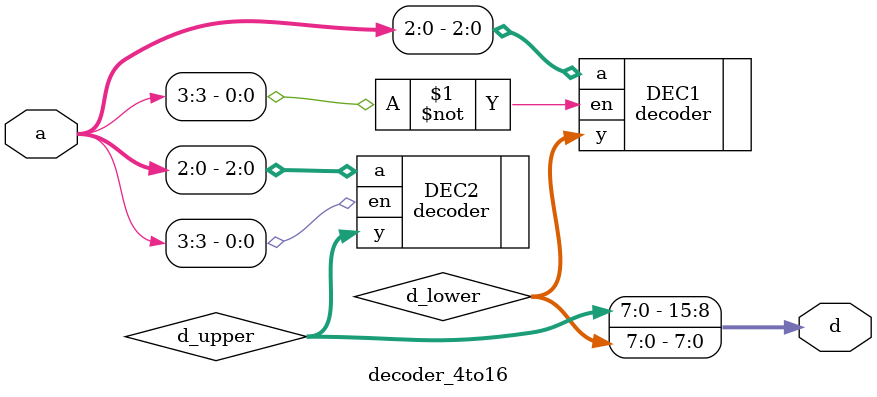
<source format=v>
`timescale 1ns/1ps

module decoder_4to16(
	input [3:0] a,
	output reg [15:0] d
	);

	wire [7:0] d_lower, d_upper;

	decoder DEC1(
		.a(a[2:0]),
		.en(~a[3]),
		.y(d_lower)
	);
	
	decoder DEC2(
		.a(a[2:0]),
		.en(a[3]),
		.y(d_upper)
	);

	always @(*) begin
		d[7:0]   = d_lower;
		d[15:8]  = d_upper;
	end

endmodule

</source>
